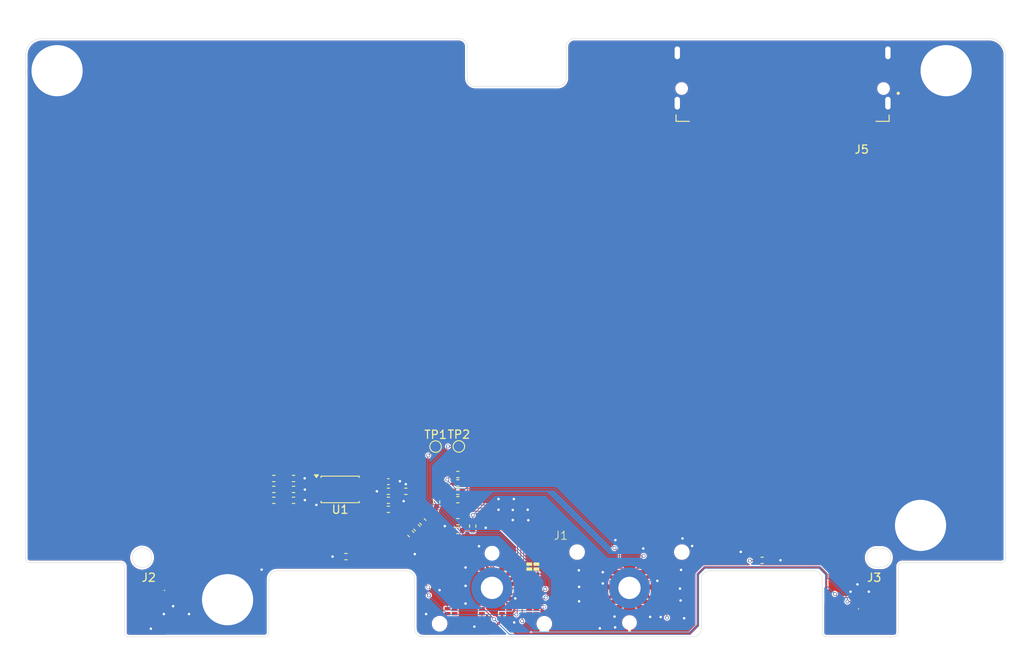
<source format=kicad_pcb>
(kicad_pcb (version 20241229) (generator "pcbnew") (generator_version "9.0")
  (layers (0 "F.Cu" signal) (4 "In1.Cu" signal) (6 "In2.Cu" signal) (2 "B.Cu" signal) (13 "F.Paste" user) (15 "B.Paste" user) (5 "F.SilkS" user "F.Silkscreen") (7 "B.SilkS" user "B.Silkscreen") (1 "F.Mask" user) (3 "B.Mask" user) (25 "Edge.Cuts" user))
  (net 0 "")
  (net 1 "GND")
  (net 35 "Net-(J1-ID1)")
  (net 39 "Net-(J1-ID0)")
  (net 48 "/CLKREQ")
  (net 49 "/TX5-")
  (net 50 "/TX4+")
  (net 51 "/TX5+")
  (net 52 "/RX5-")
  (net 53 "/RX6+")
  (net 54 "/TX7+")
  (net 55 "/RX6-")
  (net 56 "/RX0+")
  (net 57 "/RX5+")
  (net 58 "/TX1-")
  (net 59 "/RX3-")
  (net 60 "/RX0-")
  (net 61 "/REFCLKA-")
  (net 62 "/RX7-")
  (net 63 "/RX4+")
  (net 64 "/RX4-")
  (net 65 "/RX2+")
  (net 66 "/TX3-")
  (net 67 "/TX0+")
  (net 68 "/TX6+")
  (net 69 "/RX2-")
  (net 70 "/TX2+")
  (net 71 "/TX4-")
  (net 72 "/TX0-")
  (net 73 "/RX3+")
  (net 74 "/TX7-")
  (net 75 "/TX1+")
  (net 76 "/RX1-")
  (net 77 "/RX7+")
  (net 78 "/TX6-")
  (net 79 "/TX2-")
  (net 80 "/RX1+")
  (net 81 "/TX3+")
  (net 82 "/REFCLKA+")
  (net 83 "3V3_ALW")
  (net 84 "/I2C_SCL")
  (net 85 "/I2C_SDA")
  (net 86 "/EEPROM_WP")
  (net 87 "/PERSTA")
  (net 88 "/A0")
  (net 89 "/A1")
  (net 90 "/A2")
  (net 91 "/FAN0_SPD")
  (net 92 "/FAN1_SPD")
  (net 93 "/FAN1_PWM")
  (net 94 "12V_FAN")
  (net 95 "/FAN0_PWM")
  (net 96 "Net-(U1-SCL)")
  (net 97 "Net-(U1-SDA)")
  (net 98 "/3V3_EEPROM")
  (net 99 "/CPRSNTA")
  (net 100 "Net-(R12-Pad1)")
  (net 103 "/SSD1_RST")
  (net 104 "/SSD2_CLKREQ")
  (net 105 "/SSD2_RST")
  (net 106 "Net-(J1-PEX_RST#)")
  (net 107 "Net-(J1-GPIO0_EC)")
  (net 108 "Net-(J1-GPIO1_EC)")
  (footprint "Resistor_SMD:R_0402_1005Metric" (layer "F.Cu") (at 75.5396 80.6196)
    (property "Reference" "R11" (hide yes))
    (property "Value" "0R" (hide yes))
  )
  (footprint "Resistor_SMD:R_0402_1005Metric" (layer "F.Cu") (at 92.8624 80.8228 -90)
    (property "Reference" "R19" (hide yes))
    (property "Value" "100K" (hide yes))
  )
  (footprint "Resistor_SMD:R_0402_1005Metric" (layer "F.Cu") (at 73.152 80.6196)
    (property "Reference" "R10" (hide yes))
    (property "Value" "0R" (hide yes))
  )
  (footprint "Resistor_SMD:R_0402_1005Metric" (layer "F.Cu") (at 87.0204 80.6196 180)
    (property "Reference" "R4" (hide yes))
    (property "Value" "4.7K" (hide yes))
  )
  (footprint "Resistor_SMD:R_0402_1005Metric" (layer "F.Cu") (at 95.4278 79.5274)
    (property "Reference" "R15" (hide yes))
    (property "Value" "0R" (hide yes))
  )
  (footprint "Resistor_SMD:R_0402_1005Metric" (layer "F.Cu") (at 81.886967 87.441767)
    (property "Reference" "R1" (hide yes))
    (property "Value" "330K" (hide yes))
  )
  (footprint "Resistor_SMD:R_0402_1005Metric" (layer "F.Cu") (at 132.275767 87.895367 180)
    (property "Reference" "R2" (hide yes))
    (property "Value" "330K" (hide yes))
  )
  (footprint "Expansion_Bay:MountingHole_6.2mm" (layer "F.Cu") (at 154.552214 28.561826)
    (property "Reference" "H4" (hide yes))
    (property "Value" "MountingHole_Pad" (hide yes))
  )
  (footprint "Capacitor_SMD:C_0402_1005Metric" (layer "F.Cu") (at 87.0204 78.359)
    (property "Reference" "C1" (hide yes))
    (property "Value" "0.1U" (hide yes))
  )
  (footprint "Resistor_SMD:R_0402_1005Metric" (layer "F.Cu") (at 87.0204 79.5274 180)
    (property "Reference" "R20" (hide yes))
    (property "Value" "0R" (hide yes))
  )
  (footprint "TestPoint:TestPoint_Pad_D1.0mm" (layer "F.Cu") (at 95.5548 74.0918)
    (property "Reference" "TP2")
    (property "Value" "TestPoint" (hide yes))
  )
  (footprint "Expansion_Bay:FXBeam" (layer "F.Cu") (at 107.892214 91.231826)
    (property "Reference" "J1")
    (property "Value" "FXBeam")
  )
  (footprint "Resistor_SMD:R_0402_1005Metric" (layer "F.Cu") (at 95.4278 83.2104 180)
    (property "Reference" "R13" (hide yes))
    (property "Value" "1K" (hide yes))
  )
  (footprint "Resistor_SMD:R_0402_1005Metric" (layer "F.Cu") (at 89.1286 79.5274)
    (property "Reference" "R3" (hide yes))
    (property "Value" "100K" (hide yes))
  )
  (footprint "Expansion_Bay:MountingHole_6.2mm" (layer "F.Cu") (at 46.911914 28.561826)
    (property "Reference" "H3" (hide yes))
    (property "Value" "MountingHole_Pad" (hide yes))
  )
  (footprint "Resistor_SMD:R_0402_1005Metric" (layer "F.Cu") (at 75.5396 79.2988)
    (property "Reference" "R9" (hide yes))
    (property "Value" "0R" (hide yes))
  )
  (footprint "fpc-fan:JUSHUO_AFC05-S04FIA-00" (layer "F.Cu") (at 145.843767 92.661826 90)
    (property "Reference" "J3" (hide yes))
    (property "Value" "Fan1")
  )
  (footprint "Resistor_SMD:R_0402_1005Metric" (layer "F.Cu") (at 90.4748 83.947 -45)
    (property "Reference" "R17" (hide yes))
    (property "Value" "0R" (hide yes))
  )
  (footprint "Resistor_SMD:R_0402_1005Metric" (layer "F.Cu") (at 95.4278 78.5114)
    (property "Reference" "R14" (hide yes))
    (property "Value" "0R" (hide yes))
  )
  (footprint "fpc-fan:JUSHUO_AFC05-S04FIA-00" (layer "F.Cu") (at 58.010967 92.661826 -90)
    (property "Reference" "J2" (hide yes))
    (property "Value" "Fan0")
  )
  (footprint "Resistor_SMD:R_0402_1005Metric" (layer "F.Cu") (at 95.4278 80.5434)
    (property "Reference" "R22" (hide yes))
    (property "Value" "0R" (hide yes))
  )
  (footprint "Resistor_SMD:R_0402_1005Metric" (layer "F.Cu") (at 89.7382 84.6836 -45)
    (property "Reference" "R18" (hide yes))
    (property "Value" "0R" (hide yes))
  )
  (footprint "MCIO-connector:AMPHENOL_G97R22322HR" (layer "F.Cu") (at 134.75 30.725 180)
    (property "Reference" "J5")
    (property "Value" "G97R22322HR")
  )
  (footprint "Resistor_SMD:R_0402_1005Metric" (layer "F.Cu") (at 87.0204 81.7118)
    (property "Reference" "R5" (hide yes))
    (property "Value" "4.7K" (hide yes))
  )
  (footprint "TestPoint:TestPoint_Pad_D1.0mm" (layer "F.Cu") (at 92.7354 74.1112)
    (property "Reference" "TP1")
    (property "Value" "TestPoint" (hide yes))
  )
  (footprint "Resistor_SMD:R_0402_1005Metric" (layer "F.Cu") (at 95.4278 77.4954)
    (property "Reference" "R23" (hide yes))
    (property "Value" "0R" (hide yes))
  )
  (footprint "Expansion_Bay:MountingHole_6.2mm" (layer "F.Cu") (at 151.452214 83.661826)
    (property "Reference" "H2" (hide yes))
    (property "Value" "MountingHole_Pad" (hide yes))
  )
  (footprint "Resistor_SMD:R_0402_1005Metric" (layer "F.Cu") (at 97.2312 83.7438 90)
    (property "Reference" "R21" (hide yes))
    (property "Value" "0R" (hide yes))
  )
  (footprint "Expansion_Bay:MountingHole_6.2mm" (layer "F.Cu") (at 67.552214 92.661826)
    (property "Reference" "H1" (hide yes))
    (property "Value" "MountingHole_Pad" (hide yes))
  )
  (footprint "Package_SO:TSSOP-8_4.4x3mm_P0.65mm" (layer "F.Cu") (at 81.1784 79.2988)
    (property "Reference" "U1")
    (property "Value" "BR24G32FVT-3GE2" (hide yes))
  )
  (footprint "Resistor_SMD:R_0402_1005Metric" (layer "F.Cu") (at 73.152 77.978)
    (property "Reference" "R6" (hide yes))
    (property "Value" "0R" (hide yes))
  )
  (footprint "Resistor_SMD:R_0402_1005Metric" (layer "F.Cu") (at 91.2 83.22 135)
    (property "Reference" "R16" (hide yes))
    (property "Value" "0R" (hide yes))
  )
  (footprint "Resistor_SMD:R_0402_1005Metric" (layer "F.Cu") (at 75.5396 77.978)
    (property "Reference" "R7" (hide yes))
    (property "Value" "0R" (hide yes))
  )
  (footprint "Resistor_SMD:R_0402_1005Metric" (layer "F.Cu") (at 73.152 79.2988)
    (property "Reference" "R8" (hide yes))
    (property "Value" "0R" (hide yes))
  )
  (footprint "Resistor_SMD:R_0402_1005Metric" (layer "F.Cu") (at 95.4278 84.2772 180)
    (property "Reference" "R12" (hide yes))
    (property "Value" "R" (hide yes))
  )
  (gr_arc (start 148.752214 88.661826) (mid 148.89866 88.308261) (end 149.252214 88.161826) (stroke (width 0.05)) (layer "Edge.Cuts"))
  (gr_arc (start 159.752214 24.661826) (mid 161.166457 25.247597) (end 161.752214 26.661826) (stroke (width 0.05)) (layer "Edge.Cuts"))
  (gr_line (start 123.902214 97.161826) (end 91.202214 97.161826) (stroke (width 0.05)) (layer "Edge.Cuts"))
  (gr_line (start 139.552214 96.661826) (end 139.552214 90.161826) (stroke (width 0.05)) (layer "Edge.Cuts"))
  (gr_line (start 108.552214 25.661826) (end 108.552214 29.461826) (stroke (width 0.05)) (layer "Edge.Cuts"))
  (gr_line (start 96.552214 29.461826) (end 96.552214 25.661826) (stroke (width 0.05)) (layer "Edge.Cuts"))
  (gr_line (start 43.102214 87.661826) (end 43.102214 26.661826) (stroke (width 0.05)) (layer "Edge.Cuts"))
  (gr_arc (start 161.752214 87.661826) (mid 161.605767 88.015367) (end 161.252214 88.161826) (stroke (width 0.05)) (layer "Edge.Cuts"))
  (gr_arc (start 124.902214 90.161826) (mid 125.195089 89.454698) (end 125.902214 89.161826) (stroke (width 0.05)) (layer "Edge.Cuts"))
  (gr_arc (start 54.602214 88.161826) (mid 54.955797 88.308257) (end 55.102214 88.661826) (stroke (width 0.05)) (layer "Edge.Cuts"))
  (gr_line (start 148.252214 97.161826) (end 140.052214 97.161826) (stroke (width 0.05)) (layer "Edge.Cuts"))
  (gr_arc (start 43.102214 26.661826) (mid 43.688 25.2476) (end 45.102214 24.661826) (stroke (width 0.05)) (layer "Edge.Cuts"))
  (gr_line (start 161.252214 88.161826) (end 149.252214 88.161826) (stroke (width 0.05)) (layer "Edge.Cuts"))
  (gr_arc (start 140.052214 97.161826) (mid 139.69869 97.015364) (end 139.552214 96.661826) (stroke (width 0.05)) (layer "Edge.Cuts"))
  (gr_line (start 97.552214 30.461826) (end 107.552214 30.461826) (stroke (width 0.05)) (layer "Edge.Cuts"))
  (gr_arc (start 108.552214 29.461826) (mid 108.25932 30.168921) (end 107.552214 30.461826) (stroke (width 0.05)) (layer "Edge.Cuts"))
  (gr_arc (start 72.552214 96.661826) (mid 72.405767 97.015367) (end 72.052214 97.161826) (stroke (width 0.05)) (layer "Edge.Cuts"))
  (gr_line (start 72.552214 96.661826) (end 72.552214 90.161826) (stroke (width 0.05)) (layer "Edge.Cuts"))
  (gr_line (start 146.702214 86.411826) (end 146.102214 86.411826) (stroke (width 0.05)) (layer "Edge.Cuts"))
  (gr_arc (start 43.602214 88.161826) (mid 43.24869 88.015364) (end 43.102214 87.661826) (stroke (width 0.05)) (layer "Edge.Cuts"))
  (gr_arc (start 146.702214 86.411826) (mid 147.852262 87.561831) (end 146.702214 88.711826) (stroke (width 0.05)) (layer "Edge.Cuts"))
  (gr_arc (start 124.902214 96.161826) (mid 124.60932 96.868921) (end 123.902214 97.161826) (stroke (width 0.05)) (layer "Edge.Cuts"))
  (gr_line (start 161.752214 26.661826) (end 161.752214 87.661826) (stroke (width 0.05)) (layer "Edge.Cuts"))
  (gr_arc (start 91.202214 97.161826) (mid 90.495137 96.868917) (end 90.202214 96.161826) (stroke (width 0.05)) (layer "Edge.Cuts"))
  (gr_arc (start 55.602214 97.161826) (mid 55.24869 97.015364) (end 55.102214 96.661826) (stroke (width 0.05)) (layer "Edge.Cuts"))
  (gr_arc (start 108.552214 25.661826) (mid 108.845106 24.954707) (end 109.552214 24.661826) (stroke (width 0.05)) (layer "Edge.Cuts"))
  (gr_line (start 55.102214 96.661826) (end 55.102214 88.661826) (stroke (width 0.05)) (layer "Edge.Cuts"))
  (gr_line (start 146.102214 88.711826) (end 146.702214 88.711826) (stroke (width 0.05)) (layer "Edge.Cuts"))
  (gr_arc (start 89.202214 89.161826) (mid 89.90935 89.454704) (end 90.202214 90.161826) (stroke (width 0.05)) (layer "Edge.Cuts"))
  (gr_line (start 89.202214 89.161826) (end 73.552214 89.161826) (stroke (width 0.05)) (layer "Edge.Cuts"))
  (gr_arc (start 146.102214 88.711826) (mid 144.952262 87.561831) (end 146.102214 86.411826) (stroke (width 0.05)) (layer "Edge.Cuts"))
  (gr_arc (start 95.552214 24.661826) (mid 96.25935 24.954704) (end 96.552214 25.661826) (stroke (width 0.05)) (layer "Edge.Cuts"))
  (gr_line (start 43.602214 88.161826) (end 54.602214 88.161826) (stroke (width 0.05)) (layer "Edge.Cuts"))
  (gr_line (start 148.752214 96.661826) (end 148.752214 88.661826) (stroke (width 0.05)) (layer "Edge.Cuts"))
  (gr_arc (start 148.752214 96.661826) (mid 148.605767 97.015367) (end 148.252214 97.161826) (stroke (width 0.05)) (layer "Edge.Cuts"))
  (gr_line (start 138.552214 89.161826) (end 125.902214 89.161826) (stroke (width 0.05)) (layer "Edge.Cuts"))
  (gr_line (start 90.202214 90.161826) (end 90.202214 96.161826) (stroke (width 0.05)) (layer "Edge.Cuts"))
  (gr_arc (start 72.552214 90.161826) (mid 72.845106 89.454707) (end 73.552214 89.161826) (stroke (width 0.05)) (layer "Edge.Cuts"))
  (gr_line (start 95.552214 24.661826) (end 45.102214 24.661826) (stroke (width 0.05)) (layer "Edge.Cuts"))
  (gr_line (start 72.052214 97.161826) (end 55.602214 97.161826) (stroke (width 0.05)) (layer "Edge.Cuts"))
  (gr_circle (center 57.202214 87.561826) (end 58.402214 87.561826) (stroke (width 0.05)) (fill no) (layer "Edge.Cuts"))
  (gr_arc (start 97.552214 30.461826) (mid 96.845137 30.168917) (end 96.552214 29.461826) (stroke (width 0.05)) (layer "Edge.Cuts"))
  (gr_line (start 124.902214 96.161826) (end 124.902214 90.161826) (stroke (width 0.05)) (layer "Edge.Cuts"))
  (gr_arc (start 138.552214 89.161826) (mid 139.25935 89.454704) (end 139.552214 90.161826) (stroke (width 0.05)) (layer "Edge.Cuts"))
  (gr_line (start 159.752214 24.661826) (end 109.552214 24.661826) (stroke (width 0.05)) (layer "Edge.Cuts"))
  (gr_text "Framework 16 Laptop\nFXBeam to MCIO x8 Card\nREV 0.1\nENGINEER SAMPLE" (at 44.704 79.516967 0) (layer "F.Cu") (effects (font (size 1.2 1.2)) (justify left bottom)))
  (gr_text "Designed by\nTerrails" (at 44.704 85.409767 0) (layer "F.Cu" knockout) (effects (font (size 1.5 1.5) (thickness 0.3) (bold yes)) (justify left bottom)))
  (via (at 91.589767 94.401367) (size 0.45) (drill 0.3) (layers "F.Cu" "B.Cu") (net 1))
  (via (at 103.886 81.7626) (size 0.45) (drill 0.3) (layers "F.Cu" "B.Cu") (net 1))
  (via (at 93.853 83.7438) (size 0.45) (drill 0.3) (layers "F.Cu" "B.Cu") (net 1))
  (via (at 102.2096 80.4672) (size 0.45) (drill 0.3) (layers "F.Cu" "B.Cu") (net 1))
  (via (at 123.7996 86.1568) (size 0.45) (drill 0.3) (layers "F.Cu" "B.Cu") (net 1))
  (via (at 114.398967 94.706167) (size 0.45) (drill 0.3) (layers "F.Cu" "B.Cu") (net 1))
  (via (at 122.4026 92.7608) (size 0.45) (drill 0.3) (layers "F.Cu" "B.Cu") (net 1))
  (via (at 88.8746 80.7212) (size 0.45) (drill 0.3) (layers "F.Cu" "B.Cu") (net 1))
  (via (at 122.4534 89.0524) (size 0.45) (drill 0.3) (layers "F.Cu" "B.Cu") (net 1))
  (via (at 119.9896 94.756967) (size 0.45) (drill 0.3) (layers "F.Cu" "B.Cu") (net 1))
  (via (at 100.3554 80.4672) (size 0.45) (drill 0.3) (layers "F.Cu" "B.Cu") (net 1))
  (via (at 89.1286 78.6638) (size 0.45) (drill 0.3) (layers "F.Cu" "B.Cu") (net 1))
  (via (at 110.0836 89.1032) (size 0.45) (drill 0.3) (layers "F.Cu" "B.Cu") (net 1))
  (via (at 85.6234 79.5274) (size 0.45) (drill 0.3) (layers "F.Cu" "B.Cu") (net 1))
  (via (at 122.6312 85.2424) (size 0.45) (drill 0.3) (layers "F.Cu" "B.Cu") (net 1))
  (via (at 102.0826 81.788) (size 0.45) (drill 0.3) (layers "F.Cu" "B.Cu") (net 1))
  (via (at 58.264967 96.179367) (size 0.45) (drill 0.3) (layers "F.Cu" "B.Cu") (net 1))
  (via (at 90.218167 87.136967) (size 0.45) (drill 0.3) (layers "F.Cu" "B.Cu") (net 1))
  (via (at 114.4778 96.012) (size 0.45) (drill 0.3) (layers "F.Cu" "B.Cu") (net 1))
  (via (at 96.3676 90.9828) (size 0.45) (drill 0.3) (layers "F.Cu" "B.Cu") (net 1))
  (via (at 71.676167 89.016567) (size 0.45) (drill 0.3) (layers "F.Cu" "B.Cu") (net 1))
  (via (at 97.431767 95.925367) (size 0.45) (drill 0.3) (layers "F.Cu" "B.Cu") (net 1))
  (via (at 110.109 91.1098) (size 0.45) (drill 0.3) (layers "F.Cu" "B.Cu") (net 1))
  (via (at 112.620967 96.128567) (size 0.45) (drill 0.3) (layers "F.Cu" "B.Cu") (net 1))
  (via (at 142.9766 91.694) (size 0.45) (drill 0.3) (layers "F.Cu" "B.Cu") (net 1))
  (via (at 96.364967 93.131367) (size 0.45) (drill 0.3) (layers "F.Cu" "B.Cu") (net 1))
  (via (at 134.493 87.884) (size 0.45) (drill 0.3) (layers "F.Cu" "B.Cu") (net 1))
  (via (at 102.0826 83.0072) (size 0.45) (drill 0.3) (layers "F.Cu" "B.Cu") (net 1))
  (via (at 129.6924 86.868) (size 0.45) (drill 0.3) (layers "F.Cu" "B.Cu") (net 1))
  (via (at 112.9792 89.3318) (size 0.45) (drill 0.3) (layers "F.Cu" "B.Cu") (net 1))
  (via (at 97.9932 86.1822) (size 0.45) (drill 0.3) (layers "F.Cu" "B.Cu") (net 1))
  (via (at 145.1864 91.694) (size 0.45) (drill 0.3) (layers "F.Cu" "B.Cu") (net 1))
  (via (at 110.109 92.8624) (size 0.45) (drill 0.3) (layers "F.Cu" "B.Cu") (net 1))
  (via (at 98.806 83.947) (size 0.45) (drill 0.3) (layers "F.Cu" "B.Cu") (net 1))
  (via (at 78.3054 81.1735) (size 0.45) (drill 0.3) (layers "F.Cu" "B.Cu") (net 1))
  (via (at 122.831767 94.909367) (size 0.45) (drill 0.3) (layers "F.Cu" "B.Cu") (net 1))
  (via (at 122.3264 91.313) (size 0.45) (drill 0.3) (layers "F.Cu" "B.Cu") (net 1))
  (via (at 117.8814 86.4616) (size 0.45) (drill 0.3) (layers "F.Cu" "B.Cu") (net 1))
  (via (at 143.8148 90.805) (size 0.45) (drill 0.3) (layers "F.Cu" "B.Cu") (net 1))
  (via (at 96.364967 88.762567) (size 0.45) (drill 0.3) (layers "F.Cu" "B.Cu") (net 1))
  (via (at 103.9622 83.0326) (size 0.45) (drill 0.3) (layers "F.Cu" "B.Cu") (net 1))
  (via (at 76.9112 80.5942) (size 0.45) (drill 0.3) (layers "F.Cu" "B.Cu") (net 1))
  (via (at 62.887767 94.401367) (size 0.45) (drill 0.3) (layers "F.Cu" "B.Cu") (net 1))
  (via (at 80.261367 87.441767) (size 0.45) (drill 0.3) (layers "F.Cu" "B.Cu") (net 1))
  (via (at 119.5832 90.3732) (size 0.45) (drill 0.3) (layers "F.Cu" "B.Cu") (net 1))
  (via (at 100.3554 81.7626) (size 0.45) (drill 0.3) (layers "F.Cu" "B.Cu") (net 1))
  (via (at 112.976567 90.692967) (size 0.45) (drill 0.3) (layers "F.Cu" "B.Cu") (net 1))
  (via (at 59.839767 94.401367) (size 0.45) (drill 0.3) (layers "F.Cu" "B.Cu") (net 1))
  (via (at 76.8858 77.9526) (size 0.45) (drill 0.3) (layers "F.Cu" "B.Cu") (net 1))
  (via (at 93.215367 91.505767) (size 0.45) (drill 0.3) (layers "F.Cu" "B.Cu") (net 1))
  (via (at 102.257767 95.417367) (size 0.45) (drill 0.3) (layers "F.Cu" "B.Cu") (net 1))
  (via (at 76.9112 79.3242) (size 0.45) (drill 0.3) (layers "F.Cu" "B.Cu") (net 1))
  (via (at 102.3874 92.5068) (size 0.45) (drill 0.3) (layers "F.Cu" "B.Cu") (net 1))
  (via (at 60.96 93.4466) (size 0.45) (drill 0.3) (layers "F.Cu" "B.Cu") (net 1))
  (via (at 88.4174 78.3082) (size 0.45) (drill 0.3) (layers "F.Cu" "B.Cu") (net 1))
  (via (at 118.716967 94.742) (size 0.45) (drill 0.3) (layers "F.Cu" "B.Cu") (net 1))
  (via (at 114.5032 85.4456) (size 0.45) (drill 0.3) (layers "F.Cu" "B.Cu") (net 1))
  (segment (start 120.732214 94.111826) (end 120.732214 94.824214) (width 0.1) (layer "F.Cu") (net 35))
  (segment (start 130.7846 87.9348) (end 131.726334 87.9348) (width 0.1) (layer "F.Cu") (net 35))
  (segment (start 120.732214 94.824214) (end 120.7516 94.8436) (width 0.1) (layer "F.Cu") (net 35))
  (via (at 130.7846 87.9348) (size 0.45) (drill 0.3) (layers "F.Cu" "B.Cu") (net 35))
  (via (at 120.7516 94.8436) (size 0.45) (drill 0.3) (layers "F.Cu" "B.Cu") (net 35))
  (segment (start 104.942214 93.151826) (end 105.529426 93.151826) (width 0.1) (layer "F.Cu") (net 39))
  (segment (start 82.904967 87.949767) (end 82.396967 87.441767) (width 0.1) (layer "F.Cu") (net 39))
  (segment (start 90.116567 87.949767) (end 82.904967 87.949767) (width 0.1) (layer "F.Cu") (net 39))
  (segment (start 91.437367 90.743767) (end 91.437367 89.270567) (width 0.1) (layer "F.Cu") (net 39))
  (segment (start 105.529426 93.151826) (end 105.915367 93.537767) (width 0.1) (layer "F.Cu") (net 39))
  (segment (start 91.843767 91.150167) (end 91.437367 90.743767) (width 0.1) (layer "F.Cu") (net 39))
  (segment (start 91.437367 89.270567) (end 90.116567 87.949767) (width 0.1) (layer "F.Cu") (net 39))
  (via (at 91.843767 91.150167) (size 0.4) (drill 0.3) (layers "F.Cu" "B.Cu") (net 39))
  (via (at 105.915367 93.537767) (size 0.4) (drill 0.3) (layers "F.Cu" "B.Cu") (net 39))
  (segment (start 105.915367 93.588567) (end 105.915367 93.537767) (width 0.1) (layer "B.Cu") (net 39))
  (segment (start 91.843767 91.150167) (end 94.688567 93.994967) (width 0.1) (layer "B.Cu") (net 39))
  (segment (start 105.508967 93.994967) (end 105.915367 93.588567) (width 0.1) (layer "B.Cu") (net 39))
  (segment (start 94.688567 93.994967) (end 105.508967 93.994967) (width 0.1) (layer "B.Cu") (net 39))
  (segment (start 117.432214 87.850586) (end 117.432214 88.111826) (width 0.1) (layer "F.Cu") (net 48))
  (segment (start 97.2312 82.423) (end 97.2312 83.2338) (width 0.1) (layer "F.Cu") (net 48))
  (segment (start 117.9322 87.3506) (end 117.432214 87.850586) (width 0.1) (layer "F.Cu") (net 48))
  (via (at 97.2312 82.423) (size 0.45) (drill 0.3) (layers "F.Cu" "B.Cu") (net 48))
  (via (at 117.9322 87.3506) (size 0.45) (drill 0.3) (layers "F.Cu" "B.Cu") (net 48))
  (segment (start 99.7966 79.8576) (end 106.1466 79.8576) (width 0.1) (layer "B.Cu") (net 48))
  (segment (start 106.1466 79.8576) (end 113.6396 87.3506) (width 0.1) (layer "B.Cu") (net 48))
  (segment (start 97.2312 82.423) (end 99.7966 79.8576) (width 0.1) (layer "B.Cu") (net 48))
  (segment (start 113.6396 87.3506) (end 117.9322 87.3506) (width 0.1) (layer "B.Cu") (net 48))
  (segment (start 93.6034 85.6234) (end 92.8624 84.8824) (width 0.254) (layer "F.Cu") (net 83))
  (segment (start 99.779 85.6234) (end 96.393 85.6234) (width 0.254) (layer "F.Cu") (net 83))
  (segment (start 93.6034 85.6234) (end 91.560624 83.580624) (width 0.254) (layer "F.Cu") (net 83))
  (segment (start 100.782214 88.351826) (end 100.782214 88.951826) (width 0.254) (layer "F.Cu") (net 83))
  (segment (start 100.782214 86.626614) (end 99.779 85.6234) (width 0.254) (layer "F.Cu") (net 83))
  (segment (start 94.9178 84.2772) (end 96.264 85.6234) (width 0.1) (layer "F.Cu") (net 83))
  (segment (start 96.264 85.6234) (end 93.6034 85.6234) (width 0.254) (layer "F.Cu") (net 83))
  (segment (start 96.393 85.6234) (end 96.264 85.6234) (width 0.254) (layer "F.Cu") (net 83))
  (segment (start 100.782214 88.351826) (end 100.782214 86.626614) (width 0.254) (layer "F.Cu") (net 83))
  (segment (start 92.8624 84.8824) (end 92.8624 81.3328) (width 0.254) (layer "F.Cu") (net 83))
  (segment (start 101.513355 89.422967) (end 100.476823 89.422967) (width 0.1) (layer "F.Cu") (net 84))
  (segment (start 100.476823 89.422967) (end 97.617056 86.5632) (width 0.1) (layer "F.Cu") (net 84))
  (segment (start 93.091 86.5632) (end 90.835424 84.307624) (width 0.1) (layer "F.Cu") (net 84))
  (segment (start 97.617056 86.5632) (end 93.091 86.5632) (width 0.1) (layer "F.Cu") (net 84))
  (segment (start 97.536 86.7664) (end 91.821 86.7664) (width 0.1) (layer "F.Cu") (net 85))
  (segment (start 101.507988 90.0176) (end 100.7872 90.0176) (width 0.1) (layer "F.Cu") (net 85))
  (segment (start 91.821 86.7664) (end 90.098824 85.044224) (width 0.1) (layer "F.Cu") (net 85))
  (segment (start 100.7872 90.0176) (end 97.536 86.7664) (width 0.1) (layer "F.Cu") (net 85))
  (segment (start 88.0162 78.9738) (end 88.5698 79.5274) (width 0.1) (layer "F.Cu") (net 86))
  (segment (start 86.9768 78.9738) (end 87.5304 79.5274) (width 0.1) (layer "F.Cu") (net 86))
  (segment (start 84.0409 78.9738) (end 86.9768 78.9738) (width 0.1) (layer "F.Cu") (net 86))
  (segment (start 86.9768 78.9738) (end 88.0162 78.9738) (width 0.1) (layer "F.Cu") (net 86))
  (segment (start 96.0628 79.5274) (end 96.6216 78.9686) (width 0.1) (layer "F.Cu") (net 87))
  (segment (start 96.6216 80.137) (end 96.6216 78.9686) (width 0.1) (layer "F.Cu") (net 87))
  (segment (start 96.2152 80.5434) (end 96.6216 80.137) (width 0.1) (layer "F.Cu") (net 87))
  (segment (start 96.6216 78.9686) (end 96.6216 77.978) (width 0.1) (layer "F.Cu") (net 87))
  (segment (start 95.9378 80.5434) (end 96.2152 80.5434) (width 0.1) (layer "F.Cu") (net 87))
  (segment (start 96.6216 77.978) (end 96.139 77.4954) (width 0.1) (layer "F.Cu") (net 87))
  (segment (start 96.0882 78.5114) (end 96.6216 77.978) (width 0.1) (layer "F.Cu") (net 87))
  (segment (start 78.1283 78.5114) (end 78.3159 78.3238) (width 0.1) (layer "F.Cu") (net 88))
  (segment (start 75.2602 78.5114) (end 78.1283 78.5114) (width 0.1) (layer "F.Cu") (net 88))
  (segment (start 73.662 77.978) (end 73.9648 77.978) (width 0.1) (layer "F.Cu") (net 88))
  (segment (start 73.9648 77.978) (end 74.4982 78.5114) (width 0.1) (layer "F.Cu") (net 88))
  (segment (start 75.0296 77.978) (end 75.0296 78.2808) (width 0.1) (layer "F.Cu") (net 88))
  (segment (start 75.0296 78.2808) (end 75.2602 78.5114) (width 0.1) (layer "F.Cu") (net 88))
  (segment (start 74.4982 78.5114) (end 75.2602 78.5114) (width 0.1) (layer "F.Cu") (net 88))
  (segment (start 73.662 79.2988) (end 74.1172 79.2988) (width 0.1) (layer "F.Cu") (net 89))
  (segment (start 74.1172 79.2988) (end 74.5882 78.8278) (width 0.1) (layer "F.Cu") (net 89))
  (segment (start 74.5882 78.8278) (end 75.184 78.8278) (width 0.1) (layer "F.Cu") (net 89))
  (segment (start 75.0296 78.9822) (end 75.184 78.8278) (width 0.1) (layer "F.Cu") (net 89))
  (segment (start 75.0296 79.2988) (end 75.0296 78.9822) (width 0.1) (layer "F.Cu") (net 89))
  (segment (start 75.184 78.8278) (end 78.1699 78.8278) (width 0.1) (layer "F.Cu") (net 89))
  (segment (start 78.1075 79.8322) (end 78.3159 79.6238) (width 0.1) (layer "F.Cu") (net 90))
  (segment (start 74.1426 80.6196) (end 74.93 79.8322) (width 0.1) (layer "F.Cu") (net 90))
  (segment (start 74.93 79.8322) (end 75.5396 79.8322) (width 0.1) (layer "F.Cu") (net 90))
  (segment (start 75.5396 79.8322) (end 78.1075 79.8322) (width 0.1) (layer "F.Cu") (net 90))
  (segment (start 73.662 80.6196) (end 74.1426 80.6196) (width 0.1) (layer "F.Cu") (net 90))
  (segment (start 75.0296 80.6196) (end 75.0296 80.3422) (width 0.1) (layer "F.Cu") (net 90))
  (segment (start 75.0296 80.3422) (end 75.5396 79.8322) (width 0.1) (layer "F.Cu") (net 90))
  (segment (start 61.067308 92.411826) (end 59.710967 92.411826) (width 0.1) (layer "F.Cu") (net 91))
  (segment (start 102.613367 93.080567) (end 102.613367 94.350567) (width 0.1) (layer "F.Cu") (net 91))
  (segment (start 91.183367 89.321367) (end 90.065767 88.203767) (width 0.1) (layer "F.Cu") (net 91))
  (segment (start 102.613367 94.350567) (end 102.511767 94.452167) (width 0.1) (layer "F.Cu") (net 91))
  (segment (start 65.275367 88.203767) (end 61.067308 92.411826) (width 0.1) (layer "F.Cu") (net 91))
  (segment (start 91.919967 92.140767) (end 91.183367 91.404167) (width 0.1) (layer "F.Cu") (net 91))
  (segment (start 104.082214 92.551826) (end 103.142108 92.551826) (width 0.1) (layer "F.Cu") (net 91))
  (segment (start 90.065767 88.203767) (end 65.275367 88.203767) (width 0.1) (layer "F.Cu") (net 91))
  (segment (start 91.183367 91.404167) (end 91.183367 89.321367) (width 0.1) (layer "F.Cu") (net 91))
  (segment (start 103.142108 92.551826) (end 102.613367 93.080567) (width 0.1) (layer "F.Cu") (net 91))
  (via (at 91.919967 92.140767) (size 0.45) (drill 0.3) (layers "F.Cu" "B.Cu") (net 91))
  (via (at 102.511767 94.452167) (size 0.45) (drill 0.3) (layers "F.Cu" "B.Cu") (net 91))
  (segment (start 102.511767 94.452167) (end 94.231367 94.452167) (width 0.1) (layer "B.Cu") (net 91))
  (segment (start 94.231367 94.452167) (end 91.919967 92.140767) (width 0.1) (layer "B.Cu") (net 91))
  (segment (start 103.222967 95.264967) (end 103.222967 93.385367) (width 0.1) (layer "F.Cu") (net 92))
  (segment (start 103.456508 93.151826) (end 104.082214 93.151826) (width 0.1) (layer "F.Cu") (net 92))
  (segment (start 103.222967 93.385367) (end 103.456508 93.151826) (width 0.1) (layer "F.Cu") (net 92))
  (segment (start 142.592967 92.877367) (end 142.627426 92.911826) (width 0.1) (layer "F.Cu") (net 92))
  (segment (start 142.627426 92.911826) (end 144.143767 92.911826) (width 0.1) (layer "F.Cu") (net 92))
  (via (at 142.592967 92.877367) (size 0.45) (drill 0.3) (layers "F.Cu" "B.Cu") (net 92))
  (via (at 103.222967 95.264967) (size 0.45) (drill 0.3) (layers "F.Cu" "B.Cu") (net 92))
  (segment (start 103.222967 95.264967) (end 104.535826 96.577826) (width 0.1) (layer "B.Cu") (net 92))
  (segment (start 123.508318 96.577826) (end 124.386 95.700144) (width 0.1) (layer "B.Cu") (net 92))
  (segment (start 138.7878 88.6482) (end 139.249856 88.6482) (width 0.1) (layer "B.Cu") (net 92))
  (segment (start 104.535826 96.577826) (end 123.508318 96.577826) (width 0.1) (layer "B.Cu") (net 92))
  (segment (start 140.1804 90.0408) (end 142.592967 92.453367) (width 0.1) (layer "B.Cu") (net 92))
  (segment (start 142.592967 92.453367) (end 142.592967 92.877367) (width 0.1) (layer "B.Cu") (net 92))
  (segment (start 139.249856 88.6482) (end 140.1804 89.578743) (width 0.1) (layer "B.Cu") (net 92))
  (segment (start 138.7856 88.646) (end 138.7878 88.6482) (width 0.1) (layer "B.Cu") (net 92))
  (segment (start 140.1804 89.578743) (end 140.1804 90.0408) (width 0.1) (layer "B.Cu") (net 92))
  (segment (start 125.267944 88.646) (end 138.7856 88.646) (width 0.1) (layer "B.Cu") (net 92))
  (segment (start 124.386 95.700144) (end 124.386 89.527943) (width 0.1) (layer "B.Cu") (net 92))
  (segment (start 124.386 89.527943) (end 125.267944 88.646) (width 0.1) (layer "B.Cu") (net 92))
  (segment (start 98.560226 93.751826) (end 99.819367 95.010967) (width 0.1) (layer "F.Cu") (net 93))
  (segment (start 141.517826 92.411826) (end 144.143767 92.411826) (width 0.1) (layer "F.Cu") (net 93))
  (segment (start 141.068967 91.962967) (end 141.517826 92.411826) (width 0.1) (layer "F.Cu") (net 93))
  (via (at 141.068967 91.962967) (size 0.45) (drill 0.3) (layers "F.Cu" "B.Cu") (net 93))
  (via (at 99.819367 95.010967) (size 0.45) (drill 0.3) (layers "F.Cu" "B.Cu") (net 93))
  (segment (start 141.068967 91.962967) (end 139.9794 90.8734) (width 0.1) (layer "B.Cu") (net 93))
  (segment (start 101.6586 96.8502) (end 99.819367 95.010967) (width 0.1) (layer "B.Cu") (net 93))
  (segment (start 139.9794 90.8734) (end 139.9794 89.662) (width 0.1) (layer "B.Cu") (net 93))
  (segment (start 139.9794 89.662) (end 139.1666 88.8492) (width 0.1) (layer "B.Cu") (net 93))
  (segment (start 139.1666 88.8492) (end 125.349 88.8492) (width 0.1) (layer "B.Cu") (net 93))
  (segment (start 125.349 88.8492) (end 124.587 89.6112) (width 0.1) (layer "B.Cu") (net 93))
  (segment (start 124.587 89.6112) (end 124.587 95.7834) (width 0.1) (layer "B.Cu") (net 93))
  (segment (start 123.5202 96.8502) (end 101.6586 96.8502) (width 0.1) (layer "B.Cu") (net 93))
  (segment (start 124.587 95.7834) (end 123.5202 96.8502) (width 0.1) (layer "B.Cu") (net 93))
  (segment (start 58.417367 94.706167) (end 58.417367 92.826567) (width 0.254) (layer "F.Cu") (net 94))
  (segment (start 72.0344 95.0722) (end 70.4342 96.6724) (width 0.254) (layer "F.Cu") (net 94))
  (segment (start 90.584214 95.986614) (end 90.584214 89.585814) (width 0.254) (layer "F.Cu") (net 94))
  (segment (start 72.928908 88.779826) (end 72.0344 89.674334) (width 0.254) (layer "F.Cu") (net 94))
  (segment (start 70.4342 96.6724) (end 60.3836 96.6724) (width 0.254) (layer "F.Cu") (net 94))
  (segment (start 124.4854 95.8342) (end 124.4854 89.5858) (width 0.254) (layer "F.Cu") (net 94))
  (segment (start 91.377426 96.779826) (end 90.584214 95.986614) (width 0.254) (layer "F.Cu") (net 94))
  (segment (start 140.605026 93.411826) (end 144.143767 93.411826) (width 0.254) (layer "F.Cu") (net 94))
  (segment (start 102.451826 96.779826) (end 123.539774 96.779826) (width 0.254) (layer "F.Cu") (net 94))
  (segment (start 124.4854 89.5858) (end 125.2982 88.773) (width 0.254) (layer "F.Cu") (net 94))
  (segment (start 100.782214 94.351826) (end 100.782214 95.110214) (width 0.254) (layer "F.Cu") (net 94))
  (segment (start 60.3836 96.6724) (end 58.417367 94.706167) (width 0.254) (layer "F.Cu") (net 94))
  (segment (start 125.2982 88.773) (end 139.319 88.773) (width 0.254) (layer "F.Cu") (net 94))
  (segment (start 140.0302 92.837) (end 140.605026 93.411826) (width 0.254) (layer "F.Cu") (net 94))
  (segment (start 89.778226 88.779826) (end 72.928908 88.779826) (width 0.254) (layer "F.Cu") (net 94))
  (segment (start 100.782214 95.110214) (end 99.112602 96.779826) (width 0.254) (layer "F.Cu") (net 94))
  (segment (start 58.417367 92.826567) (end 59.332108 91.911826) (width 0.254) (layer "F.Cu") (net 94))
  (segment (start 90.584214 89.585814) (end 89.778226 88.779826) (width 0.254) (layer "F.Cu") (net 94))
  (segment (start 99.112602 96.779826) (end 91.377426 96.779826) (width 0.254) (layer "F.Cu") (net 94))
  (segment (start 100.782214 95.110214) (end 102.451826 96.779826) (width 0.254) (layer "F.Cu") (net 94))
  (segment (start 140.0302 89.4842) (end 140.0302 92.837) (width 0.254) (layer "F.Cu") (net 94))
  (segment (start 123.539774 96.779826) (end 124.4854 95.8342) (width 0.254) (layer "F.Cu") (net 94))
  (segment (start 139.319 88.773) (end 140.0302 89.4842) (width 0.254) (layer "F.Cu") (net 94))
  (segment (start 59.332108 91.911826) (end 59.710967 91.911826) (width 0.254) (layer "F.Cu") (net 94))
  (segment (start 72.0344 89.674334) (end 72.0344 95.0722) (width 0.254) (layer "F.Cu") (net 94))
  (segment (start 90.929367 91.863351) (end 90.929367 89.422967) (width 0.1) (layer "F.Cu") (net 95))
  (segment (start 94.330983 95.264967) (end 90.929367 91.863351) (width 0.1) (layer "F.Cu") (net 95))
  (segment (start 97.787367 95.264967) (end 94.330983 95.264967) (width 0.1) (layer "F.Cu") (net 95))
  (segment (start 60.922908 92.911826) (end 59.710967 92.911826) (width 0.1) (layer "F.Cu") (net 95))
  (segment (start 90.929367 89.422967) (end 89.964167 88.457767) (width 0.1) (layer "F.Cu") (net 95))
  (segment (start 98.342214 94.351826) (end 98.342214 94.71012) (width 0.1) (layer "F.Cu") (net 95))
  (segment (start 89.964167 88.457767) (end 65.376967 88.457767) (width 0.1) (layer "F.Cu") (net 95))
  (segment (start 65.376967 88.457767) (end 60.922908 92.911826) (width 0.1) (layer "F.Cu") (net 95))
  (segment (start 98.342214 94.71012) (end 97.787367 95.264967) (width 0.1) (layer "F.Cu") (net 95))
  (segment (start 85.3186 80.0354) (end 84.907 79.6238) (width 0.1) (layer "F.Cu") (net 96))
  (segment (start 86.7156 80.0354) (end 86.1822 80.0354) (width 0.1) (layer "F.Cu") (net 96))
  (segment (start 86.1822 80.0354) (end 85.3186 80.0354) (width 0.1) (layer "F.Cu") (net 96))
  (segment (start 88.4174 82.2452) (end 87.1728 82.2452) (width 0.1) (layer "F.Cu") (net 96))
  (segment (start 86.9442 80.264) (end 86.7156 80.0354) (width 0.1) (layer "F.Cu") (net 96))
  (segment (start 86.5104 80.3636) (end 86.1822 80.0354) (width 0.1) (layer "F.Cu") (net 96))
  (segment (start 90.114176 83.586376) (end 89.758576 83.586376) (width 0.1) (layer "F.Cu") (net 96))
  (segment (start 84.907 79.6238) (end 84.0409 79.6238) (width 0.1) (layer "F.Cu") (net 96))
  (segment (start 86.9442 82.0166) (end 86.9442 80.264) (width 0.1) (layer "F.Cu") (net 96))
  (segment (start 87.1728 82.2452) (end 86.9442 82.0166) (width 0.1) (layer "F.Cu") (net 96))
  (segment (start 89.758576 83.586376) (end 88.4174 82.2452) (width 0.1) (layer "F.Cu") (net 96))
  (segment (start 86.5124 82.4738) (end 85.9028 81.8642) (width 0.1) (layer "F.Cu") (net 97))
  (segment (start 85.9028 81.28) (end 84.8966 80.2738) (width 0.1) (layer "F.Cu") (net 97))
  (segment (start 84.8966 80.2738) (end 84.0409 80.2738) (width 0.1) (layer "F.Cu") (net 97))
  (segment (start 86.3346 81.7118) (end 85.9028 81.28) (width 0.1) (layer "F.Cu") (net 97))
  (segment (start 85.9028 81.8642) (end 85.9028 81.28) (width 0.1) (layer "F.Cu") (net 97))
  (segment (start 87.8586 82.4738) (end 86.5124 82.4738) (width 0.1) (layer "F.Cu") (net 97))
  (segment (start 89.377576 83.992776) (end 87.8586 82.4738) (width 0.1) (layer "F.Cu") (net 97))
  (segment (start 89.377576 84.322976) (end 89.377576 83.992776) (width 0.1) (layer "F.Cu") (net 97))
  (segment (start 72.642 77.6752) (end 73.66 76.6572) (width 0.254) (layer "F.Cu") (net 98))
  (segment (start 86.5404 78.077) (end 86.5404 78.359) (width 0.254) (layer "F.Cu") (net 98))
  (segment (start 90.580976 82.859376) (end 90.839376 82.859376) (width 0.254) (layer "F.Cu") (net 98))
  (segment (start 89.2556 81.7118) (end 88.7476 81.7118) (width 0.1) (layer "F.Cu") (net 98))
  (segment (start 89.789 82.0674) (end 90.580976 82.859376) (width 0.254) (layer "F.Cu") (net 98))
  (segment (start 89.789 78.359) (end 89.3191 77.8891) (width 0.254) (layer "F.Cu") (net 98))
  (segment (start 86.9696 77.6478) (end 86.5404 78.077) (width 0.254) (layer "F.Cu") (net 98))
  (segment (start 88.7476 81.7118) (end 87.6554 80.6196) (width 0.1) (layer "F.Cu") (net 98))
  (segment (start 72.642 79.2988) (end 72.642 77.978) (width 0.254) (layer "F.Cu") (net 98))
  (segment (start 73.66 76.6572) (end 88.0872 76.6572) (width 0.254) (layer "F.Cu") (net 98))
  (segment (start 89.789 81.0006) (end 89.789 82.0674) (width 0.254) (layer "F.Cu") (net 98))
  (segment (start 86.5404 78.359) (end 84.0761 78.359) (width 0.254) (layer "F.Cu") (net 98))
  (segment (start 89.0778 77.6478) (end 86.9696 77.6478) (width 0.254) (layer "F.Cu") (net 98))
  (segment (start 89.3191 77.8891) (end 88.0872 76.6572) (width 0.254) (layer "F.Cu") (net 98))
  (segment (start 89.4334 81.7118) (end 89.789 82.0674) (width 0.1) (layer "F.Cu") (net 98))
  (segment (start 72.642 80.6196) (end 72.642 79.2988) (width 0.254) (layer "F.Cu") (net 98))
  (segment (start 72.642 77.978) (end 72.642 77.6752) (width 0.254) (layer "F.Cu") (net 98))
  (segment (start 89.789 81.0006) (end 89.789 78.359) (width 0.254) (layer "F.Cu") (net 98))
  (segment (start 87.5304 81.7118) (end 89.4334 81.7118) (width 0.1) (layer "F.Cu") (net 98))
  (segment (start 89.3191 77.8891) (end 89.0778 77.6478) (width 0.254) (layer "F.Cu") (net 98))
  (segment (start 97.2312 84.2538) (end 95.9612 84.2538) (width 0.1) (layer "F.Cu") (net 100))
  (segment (start 96.9812 84.2538) (end 95.9378 83.2104) (width 0.1) (layer "F.Cu") (net 100))
  (segment (start 102.6668 86.1314) (end 98.4758 81.9404) (width 0.1) (layer "F.Cu") (net 103))
  (segment (start 93.7768 81.0768) (end 93.7768 79.4258) (width 0.1) (layer "F.Cu") (net 103))
  (segment (start 102.092214 91.351826) (end 102.6668 90.77724) (width 0.1) (layer "F.Cu") (net 103))
  (segment (start 93.7768 79.4258) (end 94.6912 78.5114) (width 0.1) (layer "F.Cu") (net 103))
  (segment (start 101.642214 91.351826) (end 102.092214 91.351826) (width 0.1) (layer "F.Cu") (net 103))
  (segment (start 98.4758 81.9404) (end 94.6404 81.9404) (width 0.1) (layer "F.Cu") (net 103))
  (segment (start 94.6912 78.5114) (end 94.9178 78.5114) (width 0.1) (layer "F.Cu") (net 103))
  (segment (start 94.6404 81.9404) (end 93.7768 81.0768) (width 0.1) (layer "F.Cu") (net 103))
  (segment (start 102.6668 90.77724) (end 102.6668 86.1314) (width 0.1) (layer "F.Cu") (net 103))
  (segment (start 98.9838 81.1784) (end 103.4034 85.598) (width 0.1) (layer "F.Cu") (net 104))
  (segment (start 95.5528 81.1784) (end 98.9838 81.1784) (width 0.1) (layer "F.Cu") (net 104))
  (segment (start 103.4034 85.598) (end 103.4034 91.4654) (width 0.1) (layer "F.Cu") (net 104))
  (segment (start 103.4034 91.4654) (end 103.889826 91.951826) (width 0.1) (layer "F.Cu") (net 104))
  (segment (start 94.9178 80.5434) (end 95.5528 81.1784) (width 0.1) (layer "F.Cu") (net 104))
  (segment (start 94.1832 80.8228) (end 94.1832 80.0608) (width 0.1) (layer "F.Cu") (net 105))
  (segment (start 98.7552 81.5594) (end 94.9198 81.5594) (width 0.1) (layer "F.Cu") (net 105))
  (segment (start 94.1832 80.0608) (end 94.7166 79.5274) (width 0.1) (layer "F.Cu") (net 105))
  (segment (start 101.642214 91.951826) (end 102.561374 91.951826) (width 0.1) (layer "F.Cu") (net 105))
  (segment (start 103.0478 91.4654) (end 103.0478 85.852) (width 0.1) (layer "F.Cu") (net 105))
  (segment (start 94.9198 81.5594) (end 94.1832 80.8228) (width 0.1) (layer "F.Cu") (net 105))
  (segment (start 102.561374 91.951826) (end 103.0478 91.4654) (width 0.1) (layer "F.Cu") (net 105))
  (segment (start 103.0478 85.852) (end 98.7552 81.5594) (width 0.1) (layer "F.Cu") (net 105))
  (segment (start 94.1578 78.105) (end 94.1578 78.0542) (width 0.1) (layer "F.Cu") (net 106))
  (segment (start 114.992214 88.111826) (end 114.992214 87.001414) (width 0.1) (layer "F.Cu") (net 106))
  (segment (start 94.1578 78.0542) (end 94.7166 77.4954) (width 0.1) (layer "F.Cu") (net 106))
  (segment (start 114.992214 87.001414) (end 114.4016 86.4108) (width 0.1) (layer "F.Cu") (net 106))
  (via (at 114.4016 86.4108) (size 0.45) (drill 0.3) (layers "F.Cu" "B.Cu") (net 106))
  (via (at 94.1578 78.105) (size 0.45) (drill 0.3) (layers "F.Cu" "B.Cu") (net 106))
  (segment (start 95.1738 79.2226) (end 107.2134 79.2226) (width 0.1) (layer "B.Cu") (net 106))
  (segment (start 94.1578 78.105) (end 94.1578 78.2066) (width 0.1) (layer "B.Cu") (net 106))
  (segment (start 94.1578 78.2066) (end 95.1738 79.2226) (width 0.1) (layer "B.Cu") (net 106))
  (segment (start 107.2134 79.2226) (end 114.4016 86.4108) (width 0.1) (layer "B.Cu") (net 106))
  (segment (start 91.8464 75.184) (end 92.7354 74.295) (width 0.1) (layer "F.Cu") (net 107))
  (segment (start 106.0196 91.3638) (end 105.431574 91.951826) (width 0.1) (layer "F.Cu") (net 107))
  (segment (start 105.431574 91.951826) (end 104.942214 91.951826) (width 0.1) (layer "F.Cu") (net 107))
  (via (at 106.0196 91.3638) (size 0.45) (drill 0.3) (layers "F.Cu" "B.Cu") (net 107))
  (via (at 91.8464 75.184) (size 0.45) (drill 0.3) (layers "F.Cu" "B.Cu") (net 107))
  (segment (start 91.7702 80.4164) (end 91.7702 75.2602) (width 0.1) (layer "B.Cu") (net 107))
  (segment (start 91.7702 80.4164) (end 96.0628 84.709) (width 0.1) (layer "B.Cu") (net 107))
  (segment (start 100.5332 84.709) (end 106.0196 90.1954) (width 0.1) (layer "B.Cu") (net 107))
  (segment (start 96.0628 84.709) (end 100.5332 84.709) (width 0.1) (layer "B.Cu") (net 107))
  (segment (start 106.0196 90.1954) (end 106.0196 91.3638) (width 0.1) (layer "B.Cu") (net 107))
  (segment (start 91.7702 75.2602) (end 91.8464 75.184) (width 0.1) (layer "B.Cu") (net 107))
  (segment (start 105.923774 92.551826) (end 106.0704 92.4052) (width 0.1) (layer "F.Cu") (net 108))
  (segment (start 104.942214 92.551826) (end 105.923774 92.551826) (width 0.1) (layer "F.Cu") (net 108))
  (segment (start 94.234 74.0918) (end 95.5548 74.0918) (width 0.1) (layer "F.Cu") (net 108))
  (via (at 94.234 74.0918) (size 0.45) (drill 0.3) (layers "F.Cu" "B.Cu") (net 108))
  (via (at 106.0704 92.4052) (size 0.45) (drill 0.3) (layers "F.Cu" "B.Cu") (net 108))
  (segment (start 92.075 76.327) (end 94.234 74.168) (width 0.1) (layer "B.Cu") (net 108))
  (segment (start 106.4768 91.9988) (end 106.4768 90.2716) (width 0.1) (layer "B.Cu") (net 108))
  (segment (start 100.6348 84.4296) (end 96.1898 84.4296) (width 0.1) (layer "B.Cu") (net 108))
  (segment (start 94.234 74.168) (end 94.234 74.0918) (width 0.1) (layer "B.Cu") (net 108))
  (segment (start 96.1898 84.4296) (end 92.075 80.3148) (width 0.1) (layer "B.Cu") (net 108))
  (segment (start 92.075 80.3148) (end 92.075 76.327) (width 0.1) (layer "B.Cu") (net 108))
  (segment (start 106.4768 90.2716) (end 100.6348 84.4296) (width 0.1) (layer "B.Cu") (net 108))
  (segment (start 106.0704 92.4052) (end 106.4768 91.9988) (width 0.1) (layer "B.Cu") (net 108))
  (zone (net 0) (net_name "") (layer "F.Cu") (name "Board Data") (connect_pads (clearance 0)) (min_thickness 0)
    (keepout (tracks not_allowed) (vias not_allowed) (pads not_allowed) (copperpour not_allowed) (footprints not_allowed))
    (fill (thermal_gap 0.5) (thermal_bridge_width 0.5))
    (polygon (pts (xy 68.4 86) (xy 44.1 86) (xy 44.1 71.7) (xy 68.4 71.7)))
  )
  (zone (net 1) (net_name "GND") (layers "F.Cu" "B.Cu" "In1.Cu" "In2.Cu") (name "Ground Plane") (connect_pads yes (clearance 0.15)) (min_thickness 0.2) (fill yes (thermal_gap 0.5) (thermal_bridge_width 0.5))
    (polygon (pts (xy 40 20) (xy 164 20) (xy 164 100) (xy 40 100)))
  )
)
</source>
